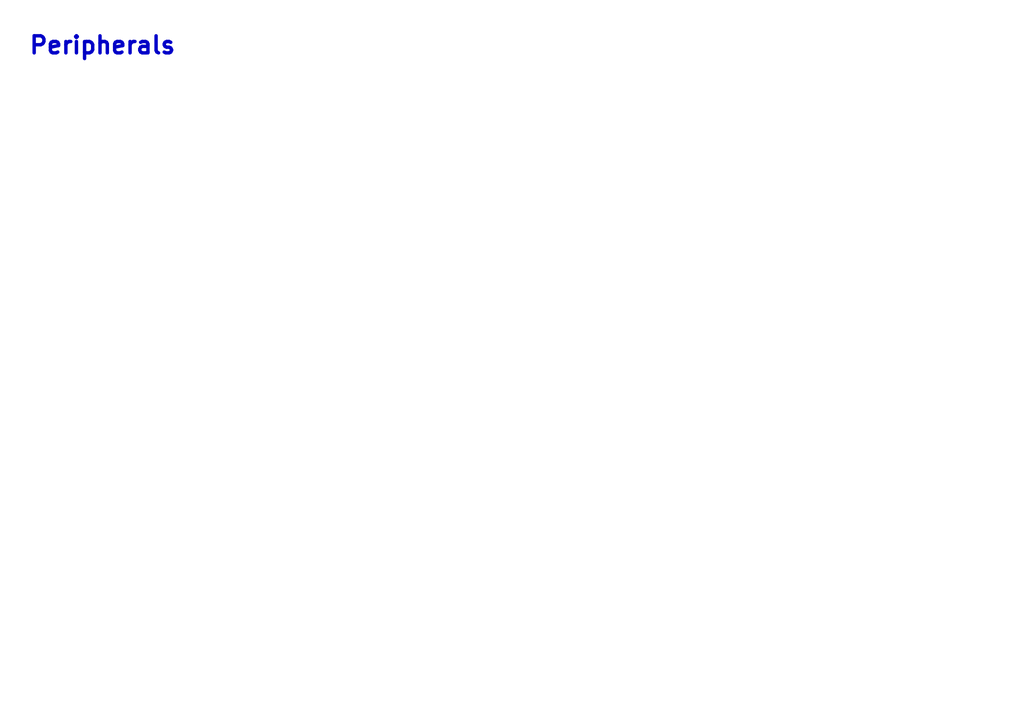
<source format=kicad_sch>
(kicad_sch (version 20230121) (generator eeschema)
  (paper "A3")
  (lib_symbols)
  (text "Peripherals" (at 11.43 22.86 0) (effects (font (size 7 7) bold) (justify left bottom)))
)
</source>
